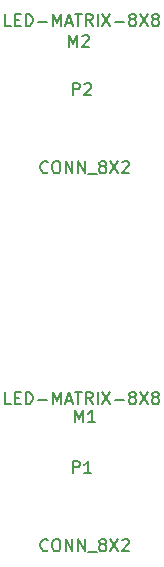
<source format=gto>
G04 (created by PCBNEW-RS274X (2011-aug-04)-testing) date Sun 07 Apr 2013 12:32:43 PM PDT*
G01*
G70*
G90*
%MOIN*%
G04 Gerber Fmt 3.4, Leading zero omitted, Abs format*
%FSLAX34Y34*%
G04 APERTURE LIST*
%ADD10C,0.006000*%
%ADD11C,0.008000*%
G04 APERTURE END LIST*
G54D10*
G54D11*
X25976Y-36062D02*
X25976Y-35662D01*
X26110Y-35948D01*
X26243Y-35662D01*
X26243Y-36062D01*
X26643Y-36062D02*
X26414Y-36062D01*
X26528Y-36062D02*
X26528Y-35662D01*
X26490Y-35719D01*
X26452Y-35757D01*
X26414Y-35776D01*
X23839Y-35462D02*
X23648Y-35462D01*
X23648Y-35062D01*
X23972Y-35252D02*
X24106Y-35252D01*
X24163Y-35462D02*
X23972Y-35462D01*
X23972Y-35062D01*
X24163Y-35062D01*
X24334Y-35462D02*
X24334Y-35062D01*
X24429Y-35062D01*
X24487Y-35081D01*
X24525Y-35119D01*
X24544Y-35157D01*
X24563Y-35233D01*
X24563Y-35290D01*
X24544Y-35367D01*
X24525Y-35405D01*
X24487Y-35443D01*
X24429Y-35462D01*
X24334Y-35462D01*
X24734Y-35310D02*
X25039Y-35310D01*
X25229Y-35462D02*
X25229Y-35062D01*
X25363Y-35348D01*
X25496Y-35062D01*
X25496Y-35462D01*
X25667Y-35348D02*
X25858Y-35348D01*
X25629Y-35462D02*
X25762Y-35062D01*
X25896Y-35462D01*
X25972Y-35062D02*
X26201Y-35062D01*
X26086Y-35462D02*
X26086Y-35062D01*
X26563Y-35462D02*
X26429Y-35271D01*
X26334Y-35462D02*
X26334Y-35062D01*
X26487Y-35062D01*
X26525Y-35081D01*
X26544Y-35100D01*
X26563Y-35138D01*
X26563Y-35195D01*
X26544Y-35233D01*
X26525Y-35252D01*
X26487Y-35271D01*
X26334Y-35271D01*
X26734Y-35462D02*
X26734Y-35062D01*
X26886Y-35062D02*
X27153Y-35462D01*
X27153Y-35062D02*
X26886Y-35462D01*
X27305Y-35310D02*
X27610Y-35310D01*
X27857Y-35233D02*
X27819Y-35214D01*
X27800Y-35195D01*
X27781Y-35157D01*
X27781Y-35138D01*
X27800Y-35100D01*
X27819Y-35081D01*
X27857Y-35062D01*
X27934Y-35062D01*
X27972Y-35081D01*
X27991Y-35100D01*
X28010Y-35138D01*
X28010Y-35157D01*
X27991Y-35195D01*
X27972Y-35214D01*
X27934Y-35233D01*
X27857Y-35233D01*
X27819Y-35252D01*
X27800Y-35271D01*
X27781Y-35310D01*
X27781Y-35386D01*
X27800Y-35424D01*
X27819Y-35443D01*
X27857Y-35462D01*
X27934Y-35462D01*
X27972Y-35443D01*
X27991Y-35424D01*
X28010Y-35386D01*
X28010Y-35310D01*
X27991Y-35271D01*
X27972Y-35252D01*
X27934Y-35233D01*
X28143Y-35062D02*
X28410Y-35462D01*
X28410Y-35062D02*
X28143Y-35462D01*
X28619Y-35233D02*
X28581Y-35214D01*
X28562Y-35195D01*
X28543Y-35157D01*
X28543Y-35138D01*
X28562Y-35100D01*
X28581Y-35081D01*
X28619Y-35062D01*
X28696Y-35062D01*
X28734Y-35081D01*
X28753Y-35100D01*
X28772Y-35138D01*
X28772Y-35157D01*
X28753Y-35195D01*
X28734Y-35214D01*
X28696Y-35233D01*
X28619Y-35233D01*
X28581Y-35252D01*
X28562Y-35271D01*
X28543Y-35310D01*
X28543Y-35386D01*
X28562Y-35424D01*
X28581Y-35443D01*
X28619Y-35462D01*
X28696Y-35462D01*
X28734Y-35443D01*
X28753Y-35424D01*
X28772Y-35386D01*
X28772Y-35310D01*
X28753Y-35271D01*
X28734Y-35252D01*
X28696Y-35233D01*
X25776Y-23562D02*
X25776Y-23162D01*
X25910Y-23448D01*
X26043Y-23162D01*
X26043Y-23562D01*
X26214Y-23200D02*
X26233Y-23181D01*
X26271Y-23162D01*
X26367Y-23162D01*
X26405Y-23181D01*
X26424Y-23200D01*
X26443Y-23238D01*
X26443Y-23276D01*
X26424Y-23333D01*
X26195Y-23562D01*
X26443Y-23562D01*
X23839Y-22862D02*
X23648Y-22862D01*
X23648Y-22462D01*
X23972Y-22652D02*
X24106Y-22652D01*
X24163Y-22862D02*
X23972Y-22862D01*
X23972Y-22462D01*
X24163Y-22462D01*
X24334Y-22862D02*
X24334Y-22462D01*
X24429Y-22462D01*
X24487Y-22481D01*
X24525Y-22519D01*
X24544Y-22557D01*
X24563Y-22633D01*
X24563Y-22690D01*
X24544Y-22767D01*
X24525Y-22805D01*
X24487Y-22843D01*
X24429Y-22862D01*
X24334Y-22862D01*
X24734Y-22710D02*
X25039Y-22710D01*
X25229Y-22862D02*
X25229Y-22462D01*
X25363Y-22748D01*
X25496Y-22462D01*
X25496Y-22862D01*
X25667Y-22748D02*
X25858Y-22748D01*
X25629Y-22862D02*
X25762Y-22462D01*
X25896Y-22862D01*
X25972Y-22462D02*
X26201Y-22462D01*
X26086Y-22862D02*
X26086Y-22462D01*
X26563Y-22862D02*
X26429Y-22671D01*
X26334Y-22862D02*
X26334Y-22462D01*
X26487Y-22462D01*
X26525Y-22481D01*
X26544Y-22500D01*
X26563Y-22538D01*
X26563Y-22595D01*
X26544Y-22633D01*
X26525Y-22652D01*
X26487Y-22671D01*
X26334Y-22671D01*
X26734Y-22862D02*
X26734Y-22462D01*
X26886Y-22462D02*
X27153Y-22862D01*
X27153Y-22462D02*
X26886Y-22862D01*
X27305Y-22710D02*
X27610Y-22710D01*
X27857Y-22633D02*
X27819Y-22614D01*
X27800Y-22595D01*
X27781Y-22557D01*
X27781Y-22538D01*
X27800Y-22500D01*
X27819Y-22481D01*
X27857Y-22462D01*
X27934Y-22462D01*
X27972Y-22481D01*
X27991Y-22500D01*
X28010Y-22538D01*
X28010Y-22557D01*
X27991Y-22595D01*
X27972Y-22614D01*
X27934Y-22633D01*
X27857Y-22633D01*
X27819Y-22652D01*
X27800Y-22671D01*
X27781Y-22710D01*
X27781Y-22786D01*
X27800Y-22824D01*
X27819Y-22843D01*
X27857Y-22862D01*
X27934Y-22862D01*
X27972Y-22843D01*
X27991Y-22824D01*
X28010Y-22786D01*
X28010Y-22710D01*
X27991Y-22671D01*
X27972Y-22652D01*
X27934Y-22633D01*
X28143Y-22462D02*
X28410Y-22862D01*
X28410Y-22462D02*
X28143Y-22862D01*
X28619Y-22633D02*
X28581Y-22614D01*
X28562Y-22595D01*
X28543Y-22557D01*
X28543Y-22538D01*
X28562Y-22500D01*
X28581Y-22481D01*
X28619Y-22462D01*
X28696Y-22462D01*
X28734Y-22481D01*
X28753Y-22500D01*
X28772Y-22538D01*
X28772Y-22557D01*
X28753Y-22595D01*
X28734Y-22614D01*
X28696Y-22633D01*
X28619Y-22633D01*
X28581Y-22652D01*
X28562Y-22671D01*
X28543Y-22710D01*
X28543Y-22786D01*
X28562Y-22824D01*
X28581Y-22843D01*
X28619Y-22862D01*
X28696Y-22862D01*
X28734Y-22843D01*
X28753Y-22824D01*
X28772Y-22786D01*
X28772Y-22710D01*
X28753Y-22671D01*
X28734Y-22652D01*
X28696Y-22633D01*
X25904Y-37760D02*
X25904Y-37360D01*
X26057Y-37360D01*
X26095Y-37379D01*
X26114Y-37398D01*
X26133Y-37436D01*
X26133Y-37493D01*
X26114Y-37531D01*
X26095Y-37550D01*
X26057Y-37569D01*
X25904Y-37569D01*
X26514Y-37760D02*
X26285Y-37760D01*
X26399Y-37760D02*
X26399Y-37360D01*
X26361Y-37417D01*
X26323Y-37455D01*
X26285Y-37474D01*
X25071Y-40322D02*
X25052Y-40341D01*
X24995Y-40360D01*
X24957Y-40360D01*
X24899Y-40341D01*
X24861Y-40303D01*
X24842Y-40265D01*
X24823Y-40188D01*
X24823Y-40131D01*
X24842Y-40055D01*
X24861Y-40017D01*
X24899Y-39979D01*
X24957Y-39960D01*
X24995Y-39960D01*
X25052Y-39979D01*
X25071Y-39998D01*
X25318Y-39960D02*
X25395Y-39960D01*
X25433Y-39979D01*
X25471Y-40017D01*
X25490Y-40093D01*
X25490Y-40227D01*
X25471Y-40303D01*
X25433Y-40341D01*
X25395Y-40360D01*
X25318Y-40360D01*
X25280Y-40341D01*
X25242Y-40303D01*
X25223Y-40227D01*
X25223Y-40093D01*
X25242Y-40017D01*
X25280Y-39979D01*
X25318Y-39960D01*
X25661Y-40360D02*
X25661Y-39960D01*
X25890Y-40360D01*
X25890Y-39960D01*
X26080Y-40360D02*
X26080Y-39960D01*
X26309Y-40360D01*
X26309Y-39960D01*
X26404Y-40398D02*
X26709Y-40398D01*
X26861Y-40131D02*
X26823Y-40112D01*
X26804Y-40093D01*
X26785Y-40055D01*
X26785Y-40036D01*
X26804Y-39998D01*
X26823Y-39979D01*
X26861Y-39960D01*
X26938Y-39960D01*
X26976Y-39979D01*
X26995Y-39998D01*
X27014Y-40036D01*
X27014Y-40055D01*
X26995Y-40093D01*
X26976Y-40112D01*
X26938Y-40131D01*
X26861Y-40131D01*
X26823Y-40150D01*
X26804Y-40169D01*
X26785Y-40208D01*
X26785Y-40284D01*
X26804Y-40322D01*
X26823Y-40341D01*
X26861Y-40360D01*
X26938Y-40360D01*
X26976Y-40341D01*
X26995Y-40322D01*
X27014Y-40284D01*
X27014Y-40208D01*
X26995Y-40169D01*
X26976Y-40150D01*
X26938Y-40131D01*
X27147Y-39960D02*
X27414Y-40360D01*
X27414Y-39960D02*
X27147Y-40360D01*
X27547Y-39998D02*
X27566Y-39979D01*
X27604Y-39960D01*
X27700Y-39960D01*
X27738Y-39979D01*
X27757Y-39998D01*
X27776Y-40036D01*
X27776Y-40074D01*
X27757Y-40131D01*
X27528Y-40360D01*
X27776Y-40360D01*
X25904Y-25161D02*
X25904Y-24761D01*
X26057Y-24761D01*
X26095Y-24780D01*
X26114Y-24799D01*
X26133Y-24837D01*
X26133Y-24894D01*
X26114Y-24932D01*
X26095Y-24951D01*
X26057Y-24970D01*
X25904Y-24970D01*
X26285Y-24799D02*
X26304Y-24780D01*
X26342Y-24761D01*
X26438Y-24761D01*
X26476Y-24780D01*
X26495Y-24799D01*
X26514Y-24837D01*
X26514Y-24875D01*
X26495Y-24932D01*
X26266Y-25161D01*
X26514Y-25161D01*
X25071Y-27723D02*
X25052Y-27742D01*
X24995Y-27761D01*
X24957Y-27761D01*
X24899Y-27742D01*
X24861Y-27704D01*
X24842Y-27666D01*
X24823Y-27589D01*
X24823Y-27532D01*
X24842Y-27456D01*
X24861Y-27418D01*
X24899Y-27380D01*
X24957Y-27361D01*
X24995Y-27361D01*
X25052Y-27380D01*
X25071Y-27399D01*
X25318Y-27361D02*
X25395Y-27361D01*
X25433Y-27380D01*
X25471Y-27418D01*
X25490Y-27494D01*
X25490Y-27628D01*
X25471Y-27704D01*
X25433Y-27742D01*
X25395Y-27761D01*
X25318Y-27761D01*
X25280Y-27742D01*
X25242Y-27704D01*
X25223Y-27628D01*
X25223Y-27494D01*
X25242Y-27418D01*
X25280Y-27380D01*
X25318Y-27361D01*
X25661Y-27761D02*
X25661Y-27361D01*
X25890Y-27761D01*
X25890Y-27361D01*
X26080Y-27761D02*
X26080Y-27361D01*
X26309Y-27761D01*
X26309Y-27361D01*
X26404Y-27799D02*
X26709Y-27799D01*
X26861Y-27532D02*
X26823Y-27513D01*
X26804Y-27494D01*
X26785Y-27456D01*
X26785Y-27437D01*
X26804Y-27399D01*
X26823Y-27380D01*
X26861Y-27361D01*
X26938Y-27361D01*
X26976Y-27380D01*
X26995Y-27399D01*
X27014Y-27437D01*
X27014Y-27456D01*
X26995Y-27494D01*
X26976Y-27513D01*
X26938Y-27532D01*
X26861Y-27532D01*
X26823Y-27551D01*
X26804Y-27570D01*
X26785Y-27609D01*
X26785Y-27685D01*
X26804Y-27723D01*
X26823Y-27742D01*
X26861Y-27761D01*
X26938Y-27761D01*
X26976Y-27742D01*
X26995Y-27723D01*
X27014Y-27685D01*
X27014Y-27609D01*
X26995Y-27570D01*
X26976Y-27551D01*
X26938Y-27532D01*
X27147Y-27361D02*
X27414Y-27761D01*
X27414Y-27361D02*
X27147Y-27761D01*
X27547Y-27399D02*
X27566Y-27380D01*
X27604Y-27361D01*
X27700Y-27361D01*
X27738Y-27380D01*
X27757Y-27399D01*
X27776Y-27437D01*
X27776Y-27475D01*
X27757Y-27532D01*
X27528Y-27761D01*
X27776Y-27761D01*
M02*

</source>
